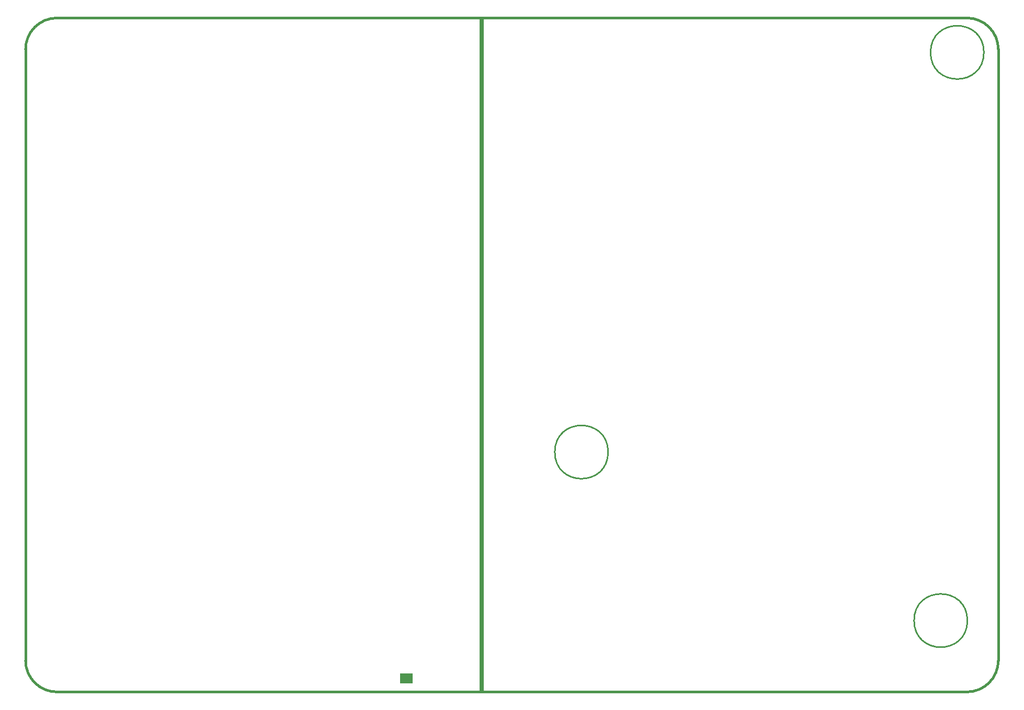
<source format=gbr>
%TF.GenerationSoftware,Altium Limited,Altium Designer,20.0.13 (296)*%
G04 Layer_Color=16711935*
%FSLAX26Y26*%
%MOIN*%
%TF.FileFunction,Keep-out,Top*%
%TF.Part,Single*%
G01*
G75*
%TA.AperFunction,NonConductor*%
%ADD107C,0.010000*%
%ADD186C,0.015000*%
%ADD187R,0.025000X4.299685*%
G36*
X2389547Y123067D02*
X2468380D01*
Y60000D01*
X2389547D01*
Y123067D01*
D02*
G37*
D107*
X3715000Y1535000D02*
G03*
X3715000Y1535000I-170000J0D01*
G01*
X6005000Y460000D02*
G03*
X6005000Y460000I-170000J0D01*
G01*
X6110000Y4085000D02*
G03*
X6110000Y4085000I-170000J0D01*
G01*
D186*
X201929Y4304685D02*
G03*
X1929Y4104685I0J-200000D01*
G01*
X6201929D02*
G03*
X6001929Y4304685I-200000J0D01*
G01*
Y4685D02*
G03*
X6201929Y204685I0J200000D01*
G01*
X1929D02*
G03*
X201929Y4685I200000J0D01*
G01*
X1929Y204685D02*
Y4104685D01*
X201929Y4304685D02*
X6001929D01*
X6201929Y204685D02*
Y4104685D01*
X201929Y4685D02*
X6001929D01*
D187*
X2907500Y2154843D02*
D03*
%TF.MD5,c0b59cb5f15a0f8fc774b8114ab8513f*%
M02*

</source>
